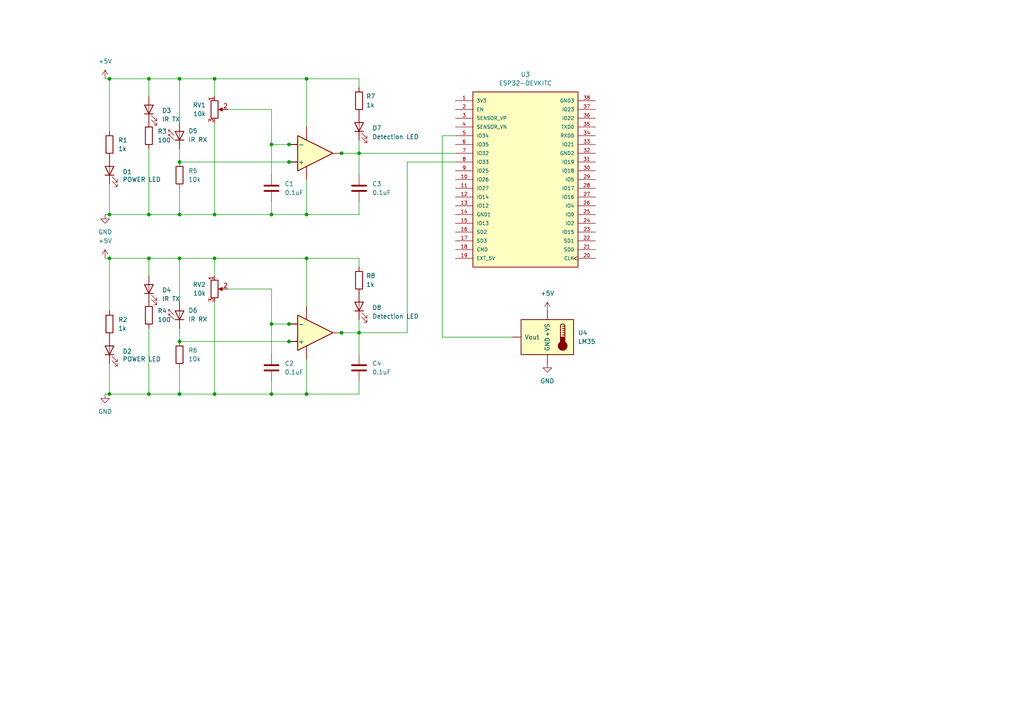
<source format=kicad_sch>
(kicad_sch (version 20211123) (generator eeschema)
  (paper "A4")
  (lib_symbols
    (symbol "Amplifier_Operational:LM358" (pin_numbers hide) (pin_names (offset 0.127) hide)
      (property "Reference" "U" (at 0 5.08 0))
      (property "Value" "LM358" (at 0 -5.08 0))
      (symbol "LM358_1_1"
        (polyline (pts (xy -5.08 5.08) (xy 5.08 0) (xy -5.08 -5.08) (xy -5.08 5.08)) (stroke (width 0.254)) (fill (type background)))
        (pin output line (at 7.62 0 180) (length 2.54) (name "~") (number "1"))
        (pin input line (at -7.62 -2.54 0) (length 2.54) (name "-") (number "2"))
        (pin input line (at -7.62 2.54 0) (length 2.54) (name "+") (number "3"))
      )
      (symbol "LM358_2_1"
        (polyline (pts (xy -5.08 5.08) (xy 5.08 0) (xy -5.08 -5.08) (xy -5.08 5.08)) (stroke (width 0.254)) (fill (type background)))
        (pin input line (at -7.62 2.54 0) (length 2.54) (name "+") (number "5"))
        (pin input line (at -7.62 -2.54 0) (length 2.54) (name "-") (number "6"))
        (pin output line (at 7.62 0 180) (length 2.54) (name "~") (number "7"))
      )
      (symbol "LM358_3_1"
        (pin power_in line (at -2.54 -7.62 90) (length 3.81) (name "V-") (number "4"))
        (pin power_in line (at -2.54 7.62 270) (length 3.81) (name "V+") (number "8"))
      )
    )
    (symbol "Device:C" (pin_numbers hide) (pin_names (offset 0.254))
      (property "Reference" "C" (at 0.635 2.54 0))
      (property "Value" "C" (at 0.635 -2.54 0))
      (symbol "C_0_1"
        (polyline (pts (xy -2.032 -0.762) (xy 2.032 -0.762)) (stroke (width 0.508)))
        (polyline (pts (xy -2.032 0.762) (xy 2.032 0.762)) (stroke (width 0.508)))
      )
      (symbol "C_1_1"
        (pin passive line (at 0 3.81 270) (length 2.794) (name "~") (number "1"))
        (pin passive line (at 0 -3.81 90) (length 2.794) (name "~") (number "2"))
      )
    )
    (symbol "Device:LED" (pin_numbers hide) (pin_names (offset 1.016) hide)
      (property "Reference" "D" (at 0 2.54 0))
      (property "Value" "LED" (at 0 -2.54 0))
      (symbol "LED_0_1"
        (polyline (pts (xy -1.27 -1.27) (xy -1.27 1.27)) (stroke (width 0.254)))
        (polyline (pts (xy -1.27 0) (xy 1.27 0)))
        (polyline (pts (xy 1.27 -1.27) (xy 1.27 1.27) (xy -1.27 0) (xy 1.27 -1.27)) (stroke (width 0.254)))
        (polyline (pts (xy -3.048 -0.762) (xy -4.572 -2.286) (xy -3.81 -2.286) (xy -4.572 -2.286) (xy -4.572 -1.524)))
        (polyline (pts (xy -1.778 -0.762) (xy -3.302 -2.286) (xy -2.54 -2.286) (xy -3.302 -2.286) (xy -3.302 -1.524)))
      )
      (symbol "LED_1_1"
        (pin passive line (at -3.81 0 0) (length 2.54) (name "K") (number "1"))
        (pin passive line (at 3.81 0 180) (length 2.54) (name "A") (number "2"))
      )
    )
    (symbol "Device:R" (pin_numbers hide) (pin_names (offset 0))
      (property "Reference" "R" (at 2.032 0 90))
      (property "Value" "R" (at 0 0 90))
      (symbol "R_0_1"
        (rectangle (start -1.016 -2.54) (end 1.016 2.54) (stroke (width 0.254)))
      )
      (symbol "R_1_1"
        (pin passive line (at 0 3.81 270) (length 1.27) (name "~") (number "1"))
        (pin passive line (at 0 -3.81 90) (length 1.27) (name "~") (number "2"))
      )
    )
    (symbol "Device:R_Potentiometer" (pin_names (offset 1.016) hide)
      (property "Reference" "RV" (at -4.445 0 90))
      (property "Value" "R_Potentiometer" (at -2.54 0 90))
      (symbol "R_Potentiometer_0_1"
        (polyline (pts (xy 2.54 0) (xy 1.524 0)))
        (polyline (pts (xy 1.143 0) (xy 2.286 0.508) (xy 2.286 -0.508) (xy 1.143 0)) (fill (type outline)))
        (rectangle (start 1.016 2.54) (end -1.016 -2.54) (stroke (width 0.254)))
      )
      (symbol "R_Potentiometer_1_1"
        (pin passive line (at 0 3.81 270) (length 1.27) (name "1") (number "1"))
        (pin passive line (at 3.81 0 180) (length 1.27) (name "2") (number "2"))
        (pin passive line (at 0 -3.81 90) (length 1.27) (name "3") (number "3"))
      )
    )
    (symbol "ESP:ESP32-DEVKITC" (pin_names (offset 1.016))
      (property "Reference" "U" (at -15.2654 26.0604 0))
      (property "Value" "ESP32-DEVKITC" (at -15.2654 -27.9654 0))
      (symbol "ESP32-DEVKITC_0_0"
        (rectangle (start -15.24 -25.4) (end 15.24 25.4) (stroke (width 0.254)) (fill (type background)))
        (pin power_in line (at -20.32 22.86 0) (length 5.08) (name "3V3") (number "1"))
        (pin bidirectional line (at -20.32 0 0) (length 5.08) (name "IO26") (number "10"))
        (pin bidirectional line (at -20.32 -2.54 0) (length 5.08) (name "IO27") (number "11"))
        (pin bidirectional line (at -20.32 -5.08 0) (length 5.08) (name "IO14") (number "12"))
        (pin bidirectional line (at -20.32 -7.62 0) (length 5.08) (name "IO12") (number "13"))
        (pin power_in line (at -20.32 -10.16 0) (length 5.08) (name "GND1") (number "14"))
        (pin bidirectional line (at -20.32 -12.7 0) (length 5.08) (name "IO13") (number "15"))
        (pin bidirectional line (at -20.32 -15.24 0) (length 5.08) (name "SD2") (number "16"))
        (pin bidirectional line (at -20.32 -17.78 0) (length 5.08) (name "SD3") (number "17"))
        (pin bidirectional line (at -20.32 -20.32 0) (length 5.08) (name "CMD") (number "18"))
        (pin power_in line (at -20.32 -22.86 0) (length 5.08) (name "EXT_5V") (number "19"))
        (pin input line (at -20.32 20.32 0) (length 5.08) (name "EN") (number "2"))
        (pin input clock (at 20.32 -22.86 180) (length 5.08) (name "CLK") (number "20"))
        (pin bidirectional line (at 20.32 -20.32 180) (length 5.08) (name "SD0") (number "21"))
        (pin bidirectional line (at 20.32 -17.78 180) (length 5.08) (name "SD1") (number "22"))
        (pin bidirectional line (at 20.32 -15.24 180) (length 5.08) (name "IO15") (number "23"))
        (pin bidirectional line (at 20.32 -12.7 180) (length 5.08) (name "IO2") (number "24"))
        (pin bidirectional line (at 20.32 -10.16 180) (length 5.08) (name "IO0") (number "25"))
        (pin bidirectional line (at 20.32 -7.62 180) (length 5.08) (name "IO4") (number "26"))
        (pin bidirectional line (at 20.32 -5.08 180) (length 5.08) (name "IO16") (number "27"))
        (pin bidirectional line (at 20.32 -2.54 180) (length 5.08) (name "IO17") (number "28"))
        (pin bidirectional line (at 20.32 0 180) (length 5.08) (name "IO5") (number "29"))
        (pin input line (at -20.32 17.78 0) (length 5.08) (name "SENSOR_VP") (number "3"))
        (pin bidirectional line (at 20.32 2.54 180) (length 5.08) (name "IO18") (number "30"))
        (pin bidirectional line (at 20.32 5.08 180) (length 5.08) (name "IO19") (number "31"))
        (pin power_in line (at 20.32 7.62 180) (length 5.08) (name "GND2") (number "32"))
        (pin bidirectional line (at 20.32 10.16 180) (length 5.08) (name "IO21") (number "33"))
        (pin input line (at 20.32 12.7 180) (length 5.08) (name "RXD0") (number "34"))
        (pin output line (at 20.32 15.24 180) (length 5.08) (name "TXD0") (number "35"))
        (pin bidirectional line (at 20.32 17.78 180) (length 5.08) (name "IO22") (number "36"))
        (pin bidirectional line (at 20.32 20.32 180) (length 5.08) (name "IO23") (number "37"))
        (pin power_in line (at 20.32 22.86 180) (length 5.08) (name "GND3") (number "38"))
        (pin input line (at -20.32 15.24 0) (length 5.08) (name "SENSOR_VN") (number "4"))
        (pin bidirectional line (at -20.32 12.7 0) (length 5.08) (name "IO34") (number "5"))
        (pin bidirectional line (at -20.32 10.16 0) (length 5.08) (name "IO35") (number "6"))
        (pin bidirectional line (at -20.32 7.62 0) (length 5.08) (name "IO32") (number "7"))
        (pin bidirectional line (at -20.32 5.08 0) (length 5.08) (name "IO33") (number "8"))
        (pin bidirectional line (at -20.32 2.54 0) (length 5.08) (name "IO25") (number "9"))
      )
    )
    (symbol "LED:IR204A" (pin_numbers hide) (pin_names (offset 1.016) hide)
      (property "Reference" "D" (at 0.508 1.778 0))
      (property "Value" "IR204A" (at -1.016 -2.794 0))
      (symbol "IR204A_0_1"
        (polyline (pts (xy -2.54 1.27) (xy -2.54 -1.27)) (stroke (width 0.254)))
        (polyline (pts (xy 0 0) (xy -2.54 0)))
        (polyline (pts (xy 0.381 3.175) (xy -0.127 3.175)))
        (polyline (pts (xy -1.143 1.651) (xy 0.381 3.175) (xy 0.381 2.667)))
        (polyline (pts (xy 0 1.27) (xy -2.54 0) (xy 0 -1.27) (xy 0 1.27)) (stroke (width 0.254)))
        (polyline (pts (xy -2.413 1.651) (xy -0.889 3.175) (xy -0.889 2.667) (xy -0.889 3.175) (xy -1.397 3.175)))
      )
      (symbol "IR204A_1_1"
        (pin passive line (at -5.08 0 0) (length 2.54) (name "K") (number "1"))
        (pin passive line (at 2.54 0 180) (length 2.54) (name "A") (number "2"))
      )
    )
    (symbol "LED:IR26-21C_L110_TR8" (pin_numbers hide) (pin_names (offset 1.016) hide)
      (property "Reference" "D" (at 0 2.54 0))
      (property "Value" "IR26-21C_L110_TR8" (at 0 -3.81 0))
      (symbol "IR26-21C_L110_TR8_0_1"
        (polyline (pts (xy -1.27 -1.27) (xy -1.27 1.27)) (stroke (width 0.254)))
        (polyline (pts (xy -1.27 0) (xy 1.27 0)))
        (polyline (pts (xy 1.27 -1.27) (xy 1.27 1.27) (xy -1.27 0) (xy 1.27 -1.27)) (stroke (width 0.254)))
        (polyline (pts (xy -3.048 -0.762) (xy -4.572 -2.286) (xy -3.81 -2.286) (xy -4.572 -2.286) (xy -4.572 -1.524)))
        (polyline (pts (xy -1.778 -0.762) (xy -3.302 -2.286) (xy -2.54 -2.286) (xy -3.302 -2.286) (xy -3.302 -1.524)))
      )
      (symbol "IR26-21C_L110_TR8_1_1"
        (pin passive line (at -3.81 0 0) (length 2.54) (name "K") (number "1"))
        (pin passive line (at 3.81 0 180) (length 2.54) (name "A") (number "2"))
      )
    )
    (symbol "LM358_1" (pin_numbers hide) (pin_names (offset 0.127))
      (property "Reference" "U" (at 0 5.08 0))
      (property "Value" "LM358_1" (at 0 -5.08 0))
      (symbol "LM358_1_1_1"
        (polyline (pts (xy -5.08 5.08) (xy 5.08 0) (xy -5.08 -5.08) (xy -5.08 5.08)) (stroke (width 0.254)) (fill (type background)))
        (pin output line (at 7.62 0 180) (length 2.54) (name "~") (number "1"))
        (pin input line (at -7.62 -2.54 0) (length 2.54) (name "-") (number "2"))
        (pin input line (at -7.62 2.54 0) (length 2.54) (name "+") (number "3"))
      )
      (symbol "LM358_1_2_1"
        (polyline (pts (xy -5.08 5.08) (xy 5.08 0) (xy -5.08 -5.08) (xy -5.08 5.08)) (stroke (width 0.254)) (fill (type background)))
        (pin input line (at -7.62 2.54 0) (length 2.54) (name "+") (number "5"))
        (pin input line (at -7.62 -2.54 0) (length 2.54) (name "-") (number "6"))
        (pin output line (at 7.62 0 180) (length 2.54) (name "~") (number "7"))
      )
      (symbol "LM358_1_3_1"
        (pin power_in line (at -2.54 -7.62 90) (length 3.81) (name "V-") (number "4"))
        (pin power_in line (at -2.54 7.62 270) (length 3.81) (name "V+") (number "8"))
      )
    )
    (symbol "LM358_2" (pin_numbers hide) (pin_names (offset 0.127))
      (property "Reference" "U" (at 0 5.08 0))
      (property "Value" "LM358_2" (at 0 -5.08 0))
      (symbol "LM358_2_1_1"
        (polyline (pts (xy -5.08 5.08) (xy 5.08 0) (xy -5.08 -5.08) (xy -5.08 5.08)) (stroke (width 0.254)) (fill (type background)))
        (pin output line (at 7.62 0 180) (length 2.54) (name "~") (number "1"))
        (pin input line (at -7.62 -2.54 0) (length 2.54) (name "-") (number "2"))
        (pin input line (at -7.62 2.54 0) (length 2.54) (name "+") (number "3"))
      )
      (symbol "LM358_2_2_1"
        (polyline (pts (xy -5.08 5.08) (xy 5.08 0) (xy -5.08 -5.08) (xy -5.08 5.08)) (stroke (width 0.254)) (fill (type background)))
        (pin input line (at -7.62 2.54 0) (length 2.54) (name "+") (number "5"))
        (pin input line (at -7.62 -2.54 0) (length 2.54) (name "-") (number "6"))
        (pin output line (at 7.62 0 180) (length 2.54) (name "~") (number "7"))
      )
      (symbol "LM358_2_3_1"
        (pin power_in line (at -2.54 -7.62 90) (length 3.81) (name "V-") (number "4"))
        (pin power_in line (at -2.54 7.62 270) (length 3.81) (name "V+") (number "8"))
      )
    )
    (symbol "Sensor_Temperature:LM35-D" (pin_numbers hide) (pin_names (offset 1.016))
      (property "Reference" "U" (at -6.35 6.35 0))
      (property "Value" "LM35-D" (at 1.27 6.35 0))
      (symbol "LM35-D_0_1"
        (rectangle (start -7.62 5.08) (end 7.62 -5.08) (stroke (width 0.254)) (fill (type background)))
        (circle (center -4.445 -2.54) (radius 1.27) (stroke (width 0.254)) (fill (type outline)))
        (rectangle (start -3.81 -1.905) (end -5.08 0) (stroke (width 0.254)) (fill (type outline)))
        (arc (start -3.81 3.175) (mid -4.445 3.81) (end -5.08 3.175) (stroke (width 0.254)))
        (polyline (pts (xy -5.08 0.635) (xy -4.445 0.635)) (stroke (width 0.254)))
        (polyline (pts (xy -5.08 1.27) (xy -4.445 1.27)) (stroke (width 0.254)))
        (polyline (pts (xy -5.08 1.905) (xy -4.445 1.905)) (stroke (width 0.254)))
        (polyline (pts (xy -5.08 2.54) (xy -4.445 2.54)) (stroke (width 0.254)))
        (polyline (pts (xy -5.08 3.175) (xy -5.08 0)) (stroke (width 0.254)))
        (polyline (pts (xy -5.08 3.175) (xy -4.445 3.175)) (stroke (width 0.254)))
        (polyline (pts (xy -3.81 3.175) (xy -3.81 0)) (stroke (width 0.254)))
      )
      (symbol "LM35-D_1_1"
        (pin output line (at 10.16 0 180) (length 2.54) (name "Vout") (number "1"))
        (pin no_connect line (at -2.54 -7.62 90) (length 2.54) hide (name "NC") (number "2"))
        (pin no_connect line (at -2.54 7.62 270) (length 2.54) hide (name "NC") (number "3"))
        (pin power_in line (at 0 -7.62 90) (length 2.54) (name "GND") (number "4"))
        (pin no_connect line (at 2.54 -7.62 90) (length 2.54) hide (name "NC") (number "5"))
        (pin no_connect line (at 5.08 -7.62 90) (length 2.54) hide (name "NC") (number "6"))
        (pin no_connect line (at 10.16 2.54 180) (length 2.54) hide (name "NC") (number "7"))
        (pin power_in line (at 0 7.62 270) (length 2.54) (name "+VS") (number "8"))
      )
    )
    (symbol "power:+5V" (power) (pin_names (offset 0))
      (property "Value" "+5V" (at 0 3.556 0))
      (symbol "+5V_0_1"
        (polyline (pts (xy -0.762 1.27) (xy 0 2.54)))
        (polyline (pts (xy 0 0) (xy 0 2.54)))
        (polyline (pts (xy 0 2.54) (xy 0.762 1.27)))
      )
      (symbol "+5V_1_1"
        (pin power_in line (at 0 0 90) (length 0) hide (name "+5V") (number "1"))
      )
    )
    (symbol "power:GND" (power) (pin_names (offset 0))
      (property "Value" "GND" (at 0 -3.81 0))
      (symbol "GND_0_1"
        (polyline (pts (xy 0 0) (xy 0 -1.27) (xy 1.27 -1.27) (xy 0 -2.54) (xy -1.27 -1.27) (xy 0 -1.27)))
      )
      (symbol "GND_1_1"
        (pin power_in line (at 0 0 270) (length 0) hide (name "GND") (number "1"))
      )
    )
  )
  (junction (at 78.74 41.91))
  (junction (at 52.07 74.93))
  (junction (at 83.82 41.91))
  (junction (at 99.06 44.45))
  (junction (at 88.9 114.3))
  (junction (at 31.75 62.23))
  (junction (at 52.07 99.06))
  (junction (at 31.75 114.3))
  (junction (at 83.82 93.98))
  (junction (at 88.9 62.23))
  (junction (at 52.07 62.23))
  (junction (at 62.23 114.3))
  (junction (at 31.75 74.93))
  (junction (at 43.18 22.86))
  (junction (at 43.18 62.23))
  (junction (at 52.07 114.3))
  (junction (at 88.9 74.93))
  (junction (at 104.14 96.52))
  (junction (at 62.23 74.93))
  (junction (at 62.23 22.86))
  (junction (at 88.9 22.86))
  (junction (at 83.82 99.06))
  (junction (at 52.07 46.99))
  (junction (at 78.74 62.23))
  (junction (at 43.18 74.93))
  (junction (at 99.06 96.52))
  (junction (at 52.07 22.86))
  (junction (at 43.18 114.3))
  (junction (at 78.74 114.3))
  (junction (at 62.23 62.23))
  (junction (at 83.82 46.99))
  (junction (at 31.75 22.86))
  (junction (at 78.74 93.98))
  (junction (at 104.14 44.45))
  (wire (pts (xy 62.23 87.63) (xy 62.23 114.3)))
  (wire (pts (xy 104.14 114.3) (xy 88.9 114.3)))
  (wire (pts (xy 52.07 99.06) (xy 52.07 95.25)))
  (wire (pts (xy 83.82 41.91) (xy 78.74 41.91)))
  (wire (pts (xy 52.07 74.93) (xy 43.18 74.93)))
  (wire (pts (xy 31.75 53.34) (xy 31.75 62.23)))
  (wire (pts (xy 78.74 58.42) (xy 78.74 62.23)))
  (wire (pts (xy 31.75 105.41) (xy 31.75 114.3)))
  (wire (pts (xy 43.18 27.94) (xy 43.18 22.86)))
  (wire (pts (xy 31.75 62.23) (xy 30.48 62.23)))
  (wire (pts (xy 62.23 62.23) (xy 78.74 62.23)))
  (wire (pts (xy 31.75 74.93) (xy 31.75 90.17)))
  (wire (pts (xy 83.82 93.98) (xy 78.74 93.98)))
  (wire (pts (xy 43.18 80.01) (xy 43.18 74.93)))
  (wire (pts (xy 62.23 114.3) (xy 52.07 114.3)))
  (wire (pts (xy 62.23 80.01) (xy 62.23 74.93)))
  (wire (pts (xy 62.23 62.23) (xy 52.07 62.23)))
  (wire (pts (xy 78.74 83.82) (xy 78.74 93.98)))
  (wire (pts (xy 88.9 88.9) (xy 88.9 74.93)))
  (wire (pts (xy 52.07 46.99) (xy 52.07 43.18)))
  (wire (pts (xy 132.08 39.37) (xy 128.27 39.37)))
  (wire (pts (xy 78.74 41.91) (xy 78.74 50.8)))
  (wire (pts (xy 43.18 62.23) (xy 31.75 62.23)))
  (wire (pts (xy 118.11 46.99) (xy 118.11 96.52)))
  (wire (pts (xy 83.82 46.99) (xy 52.07 46.99)))
  (wire (pts (xy 52.07 35.56) (xy 52.07 22.86)))
  (wire (pts (xy 62.23 22.86) (xy 88.9 22.86)))
  (wire (pts (xy 52.07 114.3) (xy 43.18 114.3)))
  (wire (pts (xy 88.9 52.07) (xy 88.9 62.23)))
  (wire (pts (xy 128.27 39.37) (xy 128.27 97.79)))
  (wire (pts (xy 43.18 95.25) (xy 43.18 114.3)))
  (wire (pts (xy 128.27 97.79) (xy 148.59 97.79)))
  (wire (pts (xy 62.23 114.3) (xy 78.74 114.3)))
  (wire (pts (xy 62.23 35.56) (xy 62.23 62.23)))
  (wire (pts (xy 30.48 74.93) (xy 31.75 74.93)))
  (wire (pts (xy 62.23 27.94) (xy 62.23 22.86)))
  (wire (pts (xy 88.9 36.83) (xy 88.9 22.86)))
  (wire (pts (xy 88.9 22.86) (xy 104.14 22.86)))
  (wire (pts (xy 118.11 96.52) (xy 104.14 96.52)))
  (wire (pts (xy 52.07 22.86) (xy 43.18 22.86)))
  (wire (pts (xy 99.06 96.52) (xy 104.14 96.52)))
  (wire (pts (xy 52.07 62.23) (xy 43.18 62.23)))
  (wire (pts (xy 83.82 99.06) (xy 52.07 99.06)))
  (wire (pts (xy 104.14 62.23) (xy 88.9 62.23)))
  (wire (pts (xy 31.75 74.93) (xy 43.18 74.93)))
  (wire (pts (xy 78.74 110.49) (xy 78.74 114.3)))
  (wire (pts (xy 52.07 54.61) (xy 52.07 62.23)))
  (wire (pts (xy 52.07 74.93) (xy 62.23 74.93)))
  (wire (pts (xy 43.18 114.3) (xy 31.75 114.3)))
  (wire (pts (xy 78.74 31.75) (xy 66.04 31.75)))
  (wire (pts (xy 31.75 114.3) (xy 30.48 114.3)))
  (wire (pts (xy 78.74 62.23) (xy 88.9 62.23)))
  (wire (pts (xy 78.74 93.98) (xy 78.74 102.87)))
  (wire (pts (xy 31.75 22.86) (xy 31.75 38.1)))
  (wire (pts (xy 104.14 25.4) (xy 104.14 22.86)))
  (wire (pts (xy 30.48 22.86) (xy 31.75 22.86)))
  (wire (pts (xy 62.23 74.93) (xy 88.9 74.93)))
  (wire (pts (xy 104.14 92.71) (xy 104.14 96.52)))
  (wire (pts (xy 104.14 77.47) (xy 104.14 74.93)))
  (wire (pts (xy 78.74 83.82) (xy 66.04 83.82)))
  (wire (pts (xy 104.14 40.64) (xy 104.14 44.45)))
  (wire (pts (xy 88.9 74.93) (xy 104.14 74.93)))
  (wire (pts (xy 52.07 22.86) (xy 62.23 22.86)))
  (wire (pts (xy 104.14 44.45) (xy 132.08 44.45)))
  (wire (pts (xy 88.9 104.14) (xy 88.9 114.3)))
  (wire (pts (xy 78.74 114.3) (xy 88.9 114.3)))
  (wire (pts (xy 104.14 96.52) (xy 104.14 102.87)))
  (wire (pts (xy 43.18 43.18) (xy 43.18 62.23)))
  (wire (pts (xy 52.07 87.63) (xy 52.07 74.93)))
  (wire (pts (xy 52.07 106.68) (xy 52.07 114.3)))
  (wire (pts (xy 104.14 110.49) (xy 104.14 114.3)))
  (wire (pts (xy 104.14 58.42) (xy 104.14 62.23)))
  (wire (pts (xy 31.75 22.86) (xy 43.18 22.86)))
  (wire (pts (xy 78.74 31.75) (xy 78.74 41.91)))
  (wire (pts (xy 99.06 44.45) (xy 104.14 44.45)))
  (wire (pts (xy 104.14 44.45) (xy 104.14 50.8)))
  (wire (pts (xy 132.08 46.99) (xy 118.11 46.99)))
  (symbol (lib_name "LM358_2") (lib_id "Amplifier_Operational:LM358") (at 91.44 96.52 0) (mirror x) (unit 2)
    (property "Reference" "U2" (effects hide))
    (property "Value" "LM358" (effects hide))
    (property "Datasheet" "http://www.ti.com/lit/ds/symlink/lm2904-n.pdf" (effects hide))
  )
  (symbol (lib_id "Device:LED") (at 31.75 49.53 90) (unit 1)
    (property "Reference" "D1" (at 35.56 49.8474 90) (effects (justify right)))
    (property "Value" "POWER LED" (at 35.56 52.07 90) (effects (justify right)))
  )
  (symbol (lib_id "Device:C") (at 78.74 54.61 0) (unit 1)
    (property "Reference" "C1" (at 82.55 53.3399 0) (effects (justify left)))
    (property "Value" "0.1uF" (at 82.55 55.8799 0) (effects (justify left)))
  )
  (symbol (lib_name "LM358_2") (lib_id "Amplifier_Operational:LM358") (at 91.44 44.45 0) (mirror x) (unit 2)
    (property "Reference" "U1" (effects hide))
    (property "Value" "LM358" (effects hide))
    (property "Datasheet" "http://www.ti.com/lit/ds/symlink/lm2904-n.pdf" (effects hide))
  )
  (symbol (lib_id "power:+5V") (at 30.48 74.93 0) (unit 1)
    (property "Reference" "#PWR03" (effects hide))
    (property "Value" "+5V" (at 30.48 69.85 0))
  )
  (symbol (lib_id "power:GND") (at 158.75 105.41 0) (unit 1)
    (property "Reference" "#PWR06" (effects hide))
    (property "Value" "GND" (at 158.75 110.49 0))
  )
  (symbol (lib_id "Device:LED") (at 104.14 88.9 90) (unit 1)
    (property "Reference" "D8" (at 107.95 89.2174 90) (effects (justify right)))
    (property "Value" "Detection LED" (at 107.95 91.7574 90) (effects (justify right)))
  )
  (symbol (lib_id "ESP:ESP32-DEVKITC") (at 152.4 52.07 0) (unit 1)
    (property "Reference" "U3" (at 152.4 21.59 0))
    (property "Value" "ESP32-DEVKITC" (at 152.4 24.13 0))
    (property "Footprint" "MODULE_ESP32-DEVKITC" (effects hide))
    (property "MP" "ESP32-DEVKITC-32D-F" (effects hide))
    (property "AVAILABILITY" "Unavailable" (effects hide))
    (property "DESCRIPTION" "EVAL BOARD FOR ESP-WROOM-32" (effects hide))
    (property "PRICE" "None" (effects hide))
    (property "PACKAGE" "None" (effects hide))
    (property "MF" "Espressif Systems" (effects hide))
  )
  (symbol (lib_id "LED:IR26-21C_L110_TR8") (at 43.18 83.82 90) (unit 1)
    (property "Reference" "D4" (at 46.99 84.1374 90) (effects (justify right)))
    (property "Value" "IR TX" (at 46.99 86.6774 90) (effects (justify right)))
    (property "Footprint" "LED_SMD:LED_1206_3216Metric" (effects hide))
    (property "Datasheet" "http://www.everlight.com/file/ProductFile/IR26-21C-L110-TR8.pdf" (effects hide))
  )
  (symbol (lib_id "Device:R_Potentiometer") (at 62.23 31.75 0) (unit 1)
    (property "Reference" "RV1" (at 59.69 30.4799 0) (effects (justify right)))
    (property "Value" "10k" (at 59.69 33.0199 0) (effects (justify right)))
  )
  (symbol (lib_id "Amplifier_Operational:LM358") (at 91.44 96.52 0) (unit 3)
    (property "Reference" "U2" (effects hide))
    (property "Value" "LM358" (effects hide))
    (property "Datasheet" "http://www.ti.com/lit/ds/symlink/lm2904-n.pdf" (effects hide))
  )
  (symbol (lib_id "LED:IR26-21C_L110_TR8") (at 43.18 31.75 90) (unit 1)
    (property "Reference" "D3" (at 46.99 32.0674 90) (effects (justify right)))
    (property "Value" "IR TX" (at 46.99 34.6074 90) (effects (justify right)))
    (property "Footprint" "LED_SMD:LED_1206_3216Metric" (effects hide))
    (property "Datasheet" "http://www.everlight.com/file/ProductFile/IR26-21C-L110-TR8.pdf" (effects hide))
  )
  (symbol (lib_id "power:+5V") (at 30.48 22.86 0) (unit 1)
    (property "Reference" "#PWR01" (effects hide))
    (property "Value" "+5V" (at 30.48 17.78 0))
  )
  (symbol (lib_id "Device:R") (at 52.07 50.8 0) (unit 1)
    (property "Reference" "R5" (at 54.61 49.5299 0) (effects (justify left)))
    (property "Value" "10k" (at 54.61 52.0699 0) (effects (justify left)))
  )
  (symbol (lib_id "Device:R") (at 104.14 81.28 0) (unit 1)
    (property "Reference" "R8" (at 106.195 80.0099 0) (effects (justify left)))
    (property "Value" "1k" (at 106.195 82.5499 0) (effects (justify left)))
  )
  (symbol (lib_id "power:+5V") (at 158.75 90.17 0) (unit 1)
    (property "Reference" "#PWR05" (effects hide))
    (property "Value" "+5V" (at 158.75 85.09 0))
  )
  (symbol (lib_id "Device:C") (at 78.74 106.68 0) (unit 1)
    (property "Reference" "C2" (at 82.55 105.4099 0) (effects (justify left)))
    (property "Value" "0.1uF" (at 82.55 107.9499 0) (effects (justify left)))
  )
  (symbol (lib_id "Device:LED") (at 31.75 101.6 90) (unit 1)
    (property "Reference" "D2" (at 35.56 101.9174 90) (effects (justify right)))
    (property "Value" "POWER LED" (at 35.56 104.14 90) (effects (justify right)))
  )
  (symbol (lib_id "Device:R") (at 43.18 91.44 0) (unit 1)
    (property "Reference" "R4" (at 45.72 90.1699 0) (effects (justify left)))
    (property "Value" "100" (at 45.72 92.7099 0) (effects (justify left)))
  )
  (symbol (lib_id "Device:R") (at 43.18 39.37 0) (unit 1)
    (property "Reference" "R3" (at 45.72 38.0999 0) (effects (justify left)))
    (property "Value" "100" (at 45.72 40.6399 0) (effects (justify left)))
  )
  (symbol (lib_id "Device:R") (at 31.75 41.91 0) (unit 1)
    (property "Reference" "R1" (at 34.29 40.6399 0) (effects (justify left)))
    (property "Value" "1k" (at 34.29 43.1799 0) (effects (justify left)))
  )
  (symbol (lib_name "LM358_1") (lib_id "Amplifier_Operational:LM358") (at 91.44 44.45 0) (mirror x) (unit 1)
    (property "Reference" "U1" (effects hide))
    (property "Value" "LM358" (effects hide))
    (property "Datasheet" "http://www.ti.com/lit/ds/symlink/lm2904-n.pdf" (effects hide))
  )
  (symbol (lib_id "power:GND") (at 30.48 62.23 0) (unit 1)
    (property "Reference" "#PWR02" (effects hide))
    (property "Value" "GND" (at 30.48 67.31 0))
  )
  (symbol (lib_id "LED:IR204A") (at 52.07 38.1 90) (unit 1)
    (property "Reference" "D5" (at 54.61 37.9729 90) (effects (justify right)))
    (property "Value" "IR RX" (at 54.61 40.5129 90) (effects (justify right)))
    (property "Footprint" "LED_THT:LED_D3.0mm_IRBlack" (effects hide))
    (property "Datasheet" "http://www.everlight.com/file/ProductFile/IR204-A.pdf" (effects hide))
  )
  (symbol (lib_name "LM358_1") (lib_id "Amplifier_Operational:LM358") (at 91.44 96.52 0) (mirror x) (unit 1)
    (property "Reference" "U2" (effects hide))
    (property "Value" "LM358" (effects hide))
    (property "Datasheet" "http://www.ti.com/lit/ds/symlink/lm2904-n.pdf" (effects hide))
  )
  (symbol (lib_id "Amplifier_Operational:LM358") (at 91.44 44.45 0) (unit 3)
    (property "Reference" "U1" (effects hide))
    (property "Value" "LM358" (effects hide))
    (property "Datasheet" "http://www.ti.com/lit/ds/symlink/lm2904-n.pdf" (effects hide))
  )
  (symbol (lib_id "LED:IR204A") (at 52.07 90.17 90) (unit 1)
    (property "Reference" "D6" (at 54.61 90.0429 90) (effects (justify right)))
    (property "Value" "IR RX" (at 54.61 92.5829 90) (effects (justify right)))
    (property "Footprint" "LED_THT:LED_D3.0mm_IRBlack" (effects hide))
    (property "Datasheet" "http://www.everlight.com/file/ProductFile/IR204-A.pdf" (effects hide))
  )
  (symbol (lib_id "Device:R") (at 31.75 93.98 0) (unit 1)
    (property "Reference" "R2" (at 34.29 92.7099 0) (effects (justify left)))
    (property "Value" "1k" (at 34.29 95.2499 0) (effects (justify left)))
  )
  (symbol (lib_id "Device:C") (at 104.14 54.61 0) (unit 1)
    (property "Reference" "C3" (at 107.95 53.3399 0) (effects (justify left)))
    (property "Value" "0.1uF" (at 107.95 55.8799 0) (effects (justify left)))
  )
  (symbol (lib_id "Device:R_Potentiometer") (at 62.23 83.82 0) (unit 1)
    (property "Reference" "RV2" (at 59.69 82.5499 0) (effects (justify right)))
    (property "Value" "10k" (at 59.69 85.0899 0) (effects (justify right)))
  )
  (symbol (lib_id "Device:LED") (at 104.14 36.83 90) (unit 1)
    (property "Reference" "D7" (at 107.95 37.1474 90) (effects (justify right)))
    (property "Value" "Detection LED" (at 107.95 39.6874 90) (effects (justify right)))
  )
  (symbol (lib_id "power:GND") (at 30.48 114.3 0) (unit 1)
    (property "Reference" "#PWR04" (effects hide))
    (property "Value" "GND" (at 30.48 119.38 0))
  )
  (symbol (lib_id "Device:R") (at 52.07 102.87 0) (unit 1)
    (property "Reference" "R6" (at 54.61 101.5999 0) (effects (justify left)))
    (property "Value" "10k" (at 54.61 104.1399 0) (effects (justify left)))
  )
  (symbol (lib_id "Sensor_Temperature:LM35-D") (at 158.75 97.79 0) (mirror y) (unit 1)
    (property "Reference" "U4" (at 167.64 96.5199 0) (effects (justify right)))
    (property "Value" "LM35" (at 167.64 99.0599 0) (effects (justify right)))
    (property "Footprint" "Package_SO:SOIC-8_3.9x4.9mm_P1.27mm" (effects hide))
    (property "Datasheet" "http://www.ti.com/lit/ds/symlink/lm35.pdf" (effects hide))
  )
  (symbol (lib_id "Device:C") (at 104.14 106.68 0) (unit 1)
    (property "Reference" "C4" (at 107.95 105.4099 0) (effects (justify left)))
    (property "Value" "0.1uF" (at 107.95 107.9499 0) (effects (justify left)))
  )
  (symbol (lib_id "Device:R") (at 104.14 29.21 0) (unit 1)
    (property "Reference" "R7" (at 106.195 27.9399 0) (effects (justify left)))
    (property "Value" "1k" (at 106.195 30.4799 0) (effects (justify left)))
  )
)
</source>
